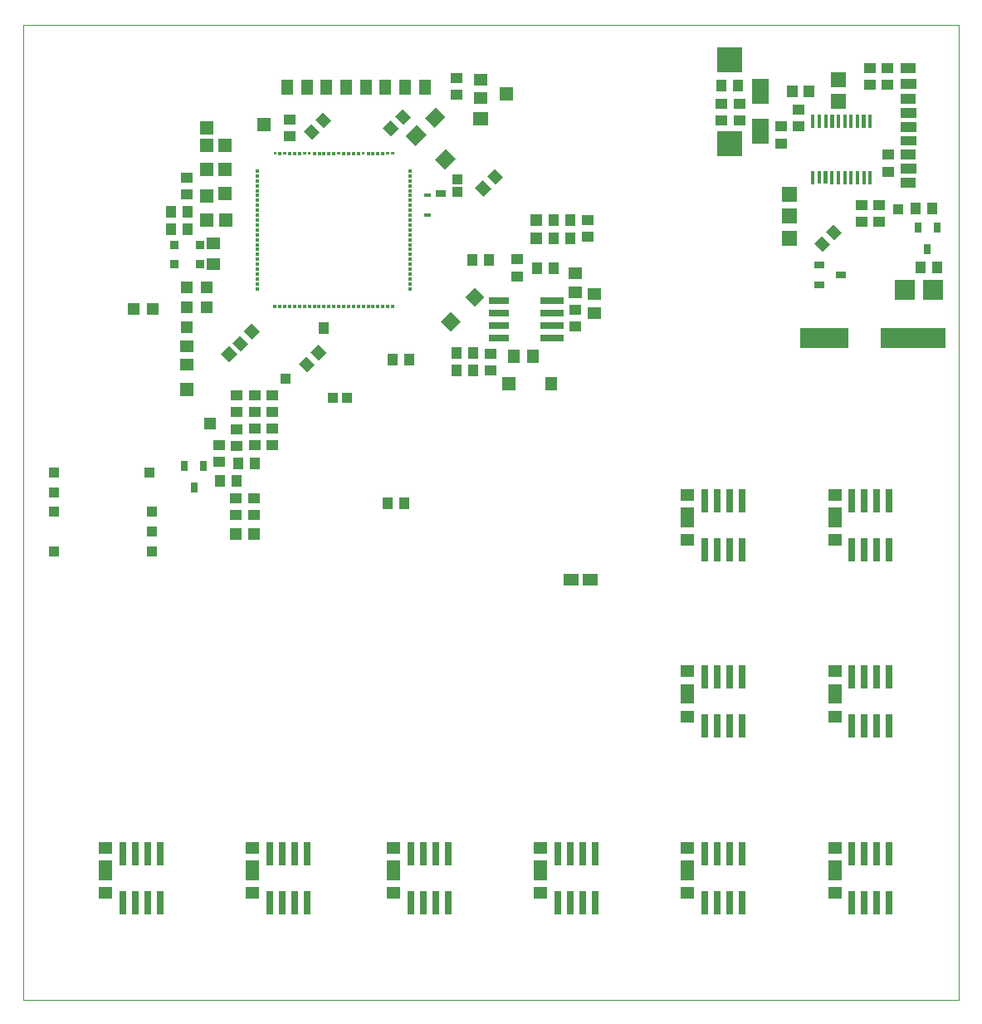
<source format=gbr>
%FSLAX34Y34*%
%MOMM*%
%LNSMDMASK_TOP*%
G71*
G01*
%ADD10C, 0.002*%
%ADD11R, 1.400X1.300*%
%ADD12R, 0.900X0.900*%
%ADD13R, 0.300X0.300*%
%ADD14R, 1.100X1.200*%
%ADD15R, 1.200X1.200*%
%ADD16R, 2.400X0.800*%
%ADD17R, 1.200X1.100*%
%ADD18R, 1.300X1.600*%
%ADD19R, 1.400X1.400*%
%ADD20R, 1.000X1.200*%
%ADD21R, 0.800X1.100*%
%ADD22R, 1.100X0.800*%
%ADD23R, 1.000X1.000*%
%ADD24R, 1.300X1.400*%
%ADD25R, 2.000X0.800*%
%ADD26R, 1.100X1.100*%
%ADD27R, 1.600X1.400*%
%ADD28R, 0.800X2.400*%
%ADD29R, 1.500X1.300*%
%ADD30R, 0.800X0.400*%
%ADD31R, 0.400X1.350*%
%ADD32R, 1.600X1.000*%
%ADD33R, 2.000X2.000*%
%ADD34R, 1.600X1.600*%
%ADD35R, 5.000X2.000*%
%ADD36R, 1.700X2.500*%
%ADD37R, 2.540X2.540*%
%LPD*%
G54D10*
X0Y1000000D02*
X954000Y1000000D01*
X954000Y6000D01*
X0Y6000D01*
X0Y1000000D01*
X194002Y755734D02*
G54D11*
D03*
X194002Y776734D02*
G54D11*
D03*
X153897Y775138D02*
G54D12*
D03*
X153897Y756088D02*
G54D12*
D03*
X180012Y756088D02*
G54D12*
D03*
X180059Y775196D02*
G54D12*
D03*
G36*
X375177Y870179D02*
X378177Y870179D01*
X378177Y867179D01*
X375177Y867179D01*
X375177Y870179D01*
G37*
G36*
X370177Y870179D02*
X373177Y870179D01*
X373177Y867179D01*
X370177Y867179D01*
X370177Y870179D01*
G37*
X366677Y868679D02*
G54D13*
D03*
X361677Y868679D02*
G54D13*
D03*
X356677Y868679D02*
G54D13*
D03*
X351677Y868679D02*
G54D13*
D03*
G36*
X345177Y870179D02*
X348177Y870179D01*
X348177Y867179D01*
X345177Y867179D01*
X345177Y870179D01*
G37*
X341677Y868679D02*
G54D13*
D03*
X336677Y868679D02*
G54D13*
D03*
X331677Y868679D02*
G54D13*
D03*
X326676Y868679D02*
G54D13*
D03*
G36*
X320177Y870179D02*
X323177Y870179D01*
X323177Y867179D01*
X320177Y867179D01*
X320177Y870179D01*
G37*
X316677Y868679D02*
G54D13*
D03*
X311677Y868679D02*
G54D13*
D03*
X306677Y868679D02*
G54D13*
D03*
X301677Y868679D02*
G54D13*
D03*
X296677Y868679D02*
G54D13*
D03*
G36*
X290177Y870179D02*
X293177Y870179D01*
X293177Y867179D01*
X290177Y867179D01*
X290177Y870179D01*
G37*
G36*
X285177Y870179D02*
X288177Y870179D01*
X288177Y867179D01*
X285177Y867179D01*
X285177Y870179D01*
G37*
X281677Y868679D02*
G54D13*
D03*
X276677Y868679D02*
G54D13*
D03*
X271677Y868679D02*
G54D13*
D03*
G36*
X265177Y870179D02*
X268177Y870179D01*
X268177Y867179D01*
X265177Y867179D01*
X265177Y870179D01*
G37*
X261677Y868679D02*
G54D13*
D03*
G36*
X255177Y870179D02*
X258177Y870179D01*
X258177Y867179D01*
X255177Y867179D01*
X255177Y870179D01*
G37*
X394640Y730715D02*
G54D13*
D03*
X394640Y735715D02*
G54D13*
D03*
X394640Y740715D02*
G54D13*
D03*
X394640Y745715D02*
G54D13*
D03*
X394640Y750715D02*
G54D13*
D03*
X394640Y755715D02*
G54D13*
D03*
X394640Y760715D02*
G54D13*
D03*
X394640Y765715D02*
G54D13*
D03*
X394640Y770715D02*
G54D13*
D03*
X394640Y775715D02*
G54D13*
D03*
X394640Y780715D02*
G54D13*
D03*
X394641Y785715D02*
G54D13*
D03*
X394641Y790715D02*
G54D13*
D03*
X394640Y795715D02*
G54D13*
D03*
X394640Y800715D02*
G54D13*
D03*
X394640Y805715D02*
G54D13*
D03*
X394641Y810715D02*
G54D13*
D03*
X394640Y815715D02*
G54D13*
D03*
X394640Y820715D02*
G54D13*
D03*
X394640Y825715D02*
G54D13*
D03*
X394640Y830715D02*
G54D13*
D03*
X394640Y835715D02*
G54D13*
D03*
X394640Y840715D02*
G54D13*
D03*
X394640Y845715D02*
G54D13*
D03*
X394640Y850715D02*
G54D13*
D03*
X256677Y712741D02*
G54D13*
D03*
X261676Y712741D02*
G54D13*
D03*
X266677Y712741D02*
G54D13*
D03*
X271677Y712741D02*
G54D13*
D03*
X276677Y712741D02*
G54D13*
D03*
X281677Y712741D02*
G54D13*
D03*
X286677Y712741D02*
G54D13*
D03*
X291677Y712741D02*
G54D13*
D03*
X296677Y712741D02*
G54D13*
D03*
X301676Y712741D02*
G54D13*
D03*
X306677Y712741D02*
G54D13*
D03*
X311677Y712741D02*
G54D13*
D03*
X316676Y712741D02*
G54D13*
D03*
X321677Y712741D02*
G54D13*
D03*
X326677Y712741D02*
G54D13*
D03*
X331677Y712741D02*
G54D13*
D03*
X336677Y712741D02*
G54D13*
D03*
X341677Y712741D02*
G54D13*
D03*
X346677Y712741D02*
G54D13*
D03*
X351676Y712741D02*
G54D13*
D03*
X356676Y712741D02*
G54D13*
D03*
X361677Y712741D02*
G54D13*
D03*
X366676Y712741D02*
G54D13*
D03*
X371676Y712741D02*
G54D13*
D03*
X376677Y712741D02*
G54D13*
D03*
X238703Y850705D02*
G54D13*
D03*
X238703Y845705D02*
G54D13*
D03*
X238703Y840705D02*
G54D13*
D03*
X238703Y835705D02*
G54D13*
D03*
X238703Y830705D02*
G54D13*
D03*
X238703Y825705D02*
G54D13*
D03*
X238703Y820705D02*
G54D13*
D03*
X238703Y815705D02*
G54D13*
D03*
X238703Y810705D02*
G54D13*
D03*
X238703Y805705D02*
G54D13*
D03*
X238703Y800705D02*
G54D13*
D03*
X238703Y795705D02*
G54D13*
D03*
X238703Y790705D02*
G54D13*
D03*
X238703Y785705D02*
G54D13*
D03*
X238703Y780705D02*
G54D13*
D03*
X238703Y775705D02*
G54D13*
D03*
X238703Y770705D02*
G54D13*
D03*
X238703Y765705D02*
G54D13*
D03*
X238703Y760705D02*
G54D13*
D03*
X238703Y755705D02*
G54D13*
D03*
X238703Y750705D02*
G54D13*
D03*
X238703Y745705D02*
G54D13*
D03*
X238703Y740705D02*
G54D13*
D03*
X238703Y735705D02*
G54D13*
D03*
X238703Y730705D02*
G54D13*
D03*
X458140Y760000D02*
G54D14*
D03*
X475140Y760000D02*
G54D14*
D03*
X557756Y782159D02*
G54D14*
D03*
X540756Y782159D02*
G54D14*
D03*
X557756Y800415D02*
G54D14*
D03*
X540756Y800415D02*
G54D14*
D03*
X523294Y800415D02*
G54D15*
D03*
X523294Y782159D02*
G54D15*
D03*
G36*
X489116Y844634D02*
X481338Y836856D01*
X472853Y845341D01*
X480631Y853119D01*
X489116Y844634D01*
G37*
G36*
X477096Y832614D02*
X469318Y824836D01*
X460832Y833321D01*
X468610Y841099D01*
X477096Y832614D01*
G37*
X376451Y658330D02*
G54D14*
D03*
X393450Y658334D02*
G54D14*
D03*
X538758Y680535D02*
G54D16*
D03*
X538759Y693234D02*
G54D16*
D03*
X538758Y705935D02*
G54D16*
D03*
X538758Y718634D02*
G54D16*
D03*
X271213Y903145D02*
G54D17*
D03*
X271216Y886146D02*
G54D17*
D03*
X269238Y936563D02*
G54D18*
D03*
X289238Y936563D02*
G54D18*
D03*
X309238Y936563D02*
G54D18*
D03*
X329238Y936563D02*
G54D18*
D03*
X349238Y936563D02*
G54D18*
D03*
X369238Y936563D02*
G54D18*
D03*
X389238Y936563D02*
G54D18*
D03*
X409238Y936593D02*
G54D18*
D03*
G36*
X395052Y905859D02*
X387274Y898081D01*
X378789Y906566D01*
X386567Y914344D01*
X395052Y905859D01*
G37*
G36*
X383041Y893848D02*
X375263Y886071D01*
X366778Y894556D01*
X374557Y902334D01*
X383041Y893848D01*
G37*
G36*
X314089Y902287D02*
X306311Y894509D01*
X297826Y902994D01*
X305604Y910772D01*
X314089Y902287D01*
G37*
G36*
X302076Y890268D02*
X294297Y882490D01*
X285813Y890976D01*
X293592Y898754D01*
X302076Y890268D01*
G37*
G36*
X429716Y852108D02*
X419816Y862008D01*
X431129Y873321D01*
X441029Y863422D01*
X429716Y852108D01*
G37*
G36*
X419194Y894697D02*
X409295Y904597D01*
X420608Y915910D01*
X430508Y906011D01*
X419194Y894697D01*
G37*
X245276Y898062D02*
G54D19*
D03*
X205986Y876631D02*
G54D19*
D03*
X186936Y894888D02*
G54D19*
D03*
X186936Y876631D02*
G54D19*
D03*
X205986Y852025D02*
G54D19*
D03*
X187332Y825434D02*
G54D19*
D03*
X205986Y827419D02*
G54D19*
D03*
X186936Y852025D02*
G54D19*
D03*
X206779Y800828D02*
G54D19*
D03*
G36*
X400144Y876441D02*
X390244Y886340D01*
X401558Y897654D01*
X411458Y887754D01*
X400144Y876441D01*
G37*
G36*
X281045Y654332D02*
X288824Y662109D01*
X297308Y653623D01*
X289529Y645846D01*
X281045Y654332D01*
G37*
G36*
X293069Y666351D02*
X300847Y674129D01*
X309332Y665644D01*
X301554Y657866D01*
X293069Y666351D01*
G37*
X306674Y690765D02*
G54D20*
D03*
X190743Y593562D02*
G54D15*
D03*
G36*
X209836Y655720D02*
X201350Y664205D01*
X209836Y672691D01*
X218321Y664205D01*
X209836Y655720D01*
G37*
X183889Y550305D02*
G54D21*
D03*
X173883Y528310D02*
G54D21*
D03*
X425527Y828096D02*
G54D22*
D03*
X442752Y841828D02*
G54D23*
D03*
X540539Y751433D02*
G54D14*
D03*
X523539Y751433D02*
G54D14*
D03*
X458818Y665428D02*
G54D14*
D03*
X441822Y665432D02*
G54D14*
D03*
X537941Y633943D02*
G54D24*
D03*
X495397Y634023D02*
G54D19*
D03*
X563222Y692044D02*
G54D17*
D03*
X563227Y709040D02*
G54D17*
D03*
X186539Y800828D02*
G54D19*
D03*
X562463Y746432D02*
G54D11*
D03*
X562463Y727432D02*
G54D11*
D03*
X519289Y661971D02*
G54D24*
D03*
X500289Y661971D02*
G54D24*
D03*
X582670Y724935D02*
G54D11*
D03*
X582670Y705935D02*
G54D11*
D03*
X485187Y718635D02*
G54D25*
D03*
X485186Y705934D02*
G54D25*
D03*
X485186Y693235D02*
G54D25*
D03*
X485186Y680535D02*
G54D25*
D03*
X458818Y647171D02*
G54D14*
D03*
X441822Y647175D02*
G54D14*
D03*
X575780Y800646D02*
G54D17*
D03*
X575782Y783647D02*
G54D17*
D03*
X492664Y929460D02*
G54D19*
D03*
X316040Y619652D02*
G54D26*
D03*
X388178Y511604D02*
G54D14*
D03*
X371178Y511604D02*
G54D14*
D03*
X441766Y945442D02*
G54D17*
D03*
X441766Y928442D02*
G54D17*
D03*
X267809Y639120D02*
G54D26*
D03*
X466450Y903693D02*
G54D27*
D03*
X166234Y627940D02*
G54D19*
D03*
G36*
X241065Y686948D02*
X233286Y679170D01*
X224801Y687656D01*
X232580Y695434D01*
X241065Y686948D01*
G37*
G36*
X229040Y674928D02*
X221262Y667150D01*
X212777Y675636D01*
X220555Y683414D01*
X229040Y674928D01*
G37*
X199764Y554274D02*
G54D17*
D03*
X199767Y571276D02*
G54D17*
D03*
X163883Y550310D02*
G54D21*
D03*
X235324Y480673D02*
G54D15*
D03*
X216935Y480739D02*
G54D15*
D03*
G36*
X435915Y707466D02*
X445815Y697566D01*
X435915Y687666D01*
X426016Y697566D01*
X435915Y707466D01*
G37*
G36*
X460522Y732072D02*
X470421Y722172D01*
X460522Y712273D01*
X450622Y722172D01*
X460522Y732072D01*
G37*
X150878Y791166D02*
G54D14*
D03*
X167878Y791166D02*
G54D14*
D03*
X677503Y160707D02*
G54D11*
D03*
X677500Y141702D02*
G54D11*
D03*
X677500Y133714D02*
G54D11*
D03*
X677493Y114717D02*
G54D11*
D03*
X733143Y154667D02*
G54D28*
D03*
X720442Y154668D02*
G54D28*
D03*
X707742Y154668D02*
G54D28*
D03*
X695042Y154668D02*
G54D28*
D03*
X695042Y104668D02*
G54D28*
D03*
X707743Y104667D02*
G54D28*
D03*
X720443Y104667D02*
G54D28*
D03*
X733143Y104667D02*
G54D28*
D03*
X377503Y160707D02*
G54D11*
D03*
X377500Y141702D02*
G54D11*
D03*
X377500Y133714D02*
G54D11*
D03*
X377493Y114717D02*
G54D11*
D03*
X433143Y154667D02*
G54D28*
D03*
X420442Y154668D02*
G54D28*
D03*
X407742Y154668D02*
G54D28*
D03*
X395043Y154668D02*
G54D28*
D03*
X395042Y104668D02*
G54D28*
D03*
X407743Y104667D02*
G54D28*
D03*
X420443Y104667D02*
G54D28*
D03*
X433142Y104667D02*
G54D28*
D03*
X827503Y160707D02*
G54D11*
D03*
X827500Y141702D02*
G54D11*
D03*
X827500Y133714D02*
G54D11*
D03*
X827493Y114717D02*
G54D11*
D03*
X883142Y154667D02*
G54D28*
D03*
X870442Y154668D02*
G54D28*
D03*
X857742Y154668D02*
G54D28*
D03*
X845043Y154668D02*
G54D28*
D03*
X845042Y104668D02*
G54D28*
D03*
X857743Y104667D02*
G54D28*
D03*
X870443Y104667D02*
G54D28*
D03*
X883142Y104667D02*
G54D28*
D03*
X527503Y160707D02*
G54D11*
D03*
X527500Y141702D02*
G54D11*
D03*
X527500Y133714D02*
G54D11*
D03*
X527493Y114717D02*
G54D11*
D03*
X583143Y154667D02*
G54D28*
D03*
X570442Y154668D02*
G54D28*
D03*
X557742Y154668D02*
G54D28*
D03*
X545043Y154668D02*
G54D28*
D03*
X545042Y104668D02*
G54D28*
D03*
X557743Y104667D02*
G54D28*
D03*
X570442Y104667D02*
G54D28*
D03*
X583142Y104667D02*
G54D28*
D03*
X827503Y340707D02*
G54D11*
D03*
X827500Y321702D02*
G54D11*
D03*
X827500Y313714D02*
G54D11*
D03*
X827493Y294717D02*
G54D11*
D03*
X883143Y334667D02*
G54D28*
D03*
X870442Y334668D02*
G54D28*
D03*
X857742Y334668D02*
G54D28*
D03*
X845043Y334668D02*
G54D28*
D03*
X845042Y284668D02*
G54D28*
D03*
X857742Y284667D02*
G54D28*
D03*
X870442Y284667D02*
G54D28*
D03*
X883142Y284667D02*
G54D28*
D03*
X677503Y340707D02*
G54D11*
D03*
X677500Y321702D02*
G54D11*
D03*
X677500Y313714D02*
G54D11*
D03*
X677493Y294717D02*
G54D11*
D03*
X733143Y334667D02*
G54D28*
D03*
X720442Y334668D02*
G54D28*
D03*
X707742Y334668D02*
G54D28*
D03*
X695043Y334668D02*
G54D28*
D03*
X695042Y284667D02*
G54D28*
D03*
X707743Y284667D02*
G54D28*
D03*
X720442Y284667D02*
G54D28*
D03*
X733142Y284667D02*
G54D28*
D03*
X733143Y514667D02*
G54D28*
D03*
X720442Y514668D02*
G54D28*
D03*
X707742Y514668D02*
G54D28*
D03*
X695042Y514668D02*
G54D28*
D03*
X695042Y464668D02*
G54D28*
D03*
X707742Y464668D02*
G54D28*
D03*
X720442Y464668D02*
G54D28*
D03*
X733142Y464668D02*
G54D28*
D03*
X677503Y520707D02*
G54D11*
D03*
X677500Y501702D02*
G54D11*
D03*
X677500Y493714D02*
G54D11*
D03*
X677493Y474717D02*
G54D11*
D03*
X233853Y160707D02*
G54D11*
D03*
X233850Y141702D02*
G54D11*
D03*
X233850Y133714D02*
G54D11*
D03*
X233843Y114717D02*
G54D11*
D03*
X289493Y154667D02*
G54D28*
D03*
X276793Y154668D02*
G54D28*
D03*
X264093Y154668D02*
G54D28*
D03*
X251393Y154668D02*
G54D28*
D03*
X251393Y104668D02*
G54D28*
D03*
X264093Y104667D02*
G54D28*
D03*
X276793Y104667D02*
G54D28*
D03*
X289492Y104667D02*
G54D28*
D03*
X83853Y160707D02*
G54D11*
D03*
X83850Y141702D02*
G54D11*
D03*
X83850Y133714D02*
G54D11*
D03*
X83843Y114717D02*
G54D11*
D03*
X139493Y154667D02*
G54D28*
D03*
X126793Y154668D02*
G54D28*
D03*
X114093Y154668D02*
G54D28*
D03*
X101393Y154668D02*
G54D28*
D03*
X101393Y104668D02*
G54D28*
D03*
X114093Y104667D02*
G54D28*
D03*
X126793Y104667D02*
G54D28*
D03*
X139492Y104667D02*
G54D28*
D03*
X476353Y647411D02*
G54D17*
D03*
X476357Y664407D02*
G54D17*
D03*
X504026Y743496D02*
G54D17*
D03*
X504026Y760496D02*
G54D17*
D03*
X466450Y944124D02*
G54D11*
D03*
X466450Y925124D02*
G54D11*
D03*
X558512Y434257D02*
G54D29*
D03*
X578354Y434414D02*
G54D29*
D03*
X442752Y829128D02*
G54D23*
D03*
X412034Y825715D02*
G54D30*
D03*
X412034Y805715D02*
G54D30*
D03*
X150878Y809423D02*
G54D14*
D03*
X167878Y809423D02*
G54D14*
D03*
X166521Y844196D02*
G54D17*
D03*
X166521Y827196D02*
G54D17*
D03*
X253522Y622054D02*
G54D17*
D03*
X253519Y605052D02*
G54D17*
D03*
X235662Y622054D02*
G54D17*
D03*
X235659Y605052D02*
G54D17*
D03*
X253522Y587923D02*
G54D17*
D03*
X253519Y570921D02*
G54D17*
D03*
X235662Y587923D02*
G54D17*
D03*
X235659Y570921D02*
G54D17*
D03*
X216942Y517181D02*
G54D17*
D03*
X216935Y500176D02*
G54D17*
D03*
X235327Y517111D02*
G54D17*
D03*
X235324Y500110D02*
G54D17*
D03*
X217218Y622033D02*
G54D17*
D03*
X217215Y605031D02*
G54D17*
D03*
X217215Y587732D02*
G54D17*
D03*
X217212Y570730D02*
G54D17*
D03*
X217670Y535130D02*
G54D14*
D03*
X200666Y535137D02*
G54D14*
D03*
X235827Y552986D02*
G54D14*
D03*
X218825Y552989D02*
G54D14*
D03*
X330328Y619652D02*
G54D26*
D03*
X166872Y732184D02*
G54D15*
D03*
X186872Y732184D02*
G54D15*
D03*
X166872Y711787D02*
G54D15*
D03*
X186872Y711787D02*
G54D15*
D03*
X166872Y691390D02*
G54D15*
D03*
X166234Y672340D02*
G54D11*
D03*
X166234Y653340D02*
G54D11*
D03*
X131512Y710390D02*
G54D15*
D03*
X112512Y710390D02*
G54D15*
D03*
X827503Y520707D02*
G54D11*
D03*
X827500Y501702D02*
G54D11*
D03*
X827500Y493714D02*
G54D11*
D03*
X827493Y474717D02*
G54D11*
D03*
X883143Y514667D02*
G54D28*
D03*
X870443Y514668D02*
G54D28*
D03*
X857743Y514668D02*
G54D28*
D03*
X845043Y514668D02*
G54D28*
D03*
X845043Y464668D02*
G54D28*
D03*
X857743Y464667D02*
G54D28*
D03*
X870443Y464667D02*
G54D28*
D03*
X883142Y464667D02*
G54D28*
D03*
X130940Y463125D02*
G54D23*
D03*
X130940Y483125D02*
G54D23*
D03*
X130940Y503125D02*
G54D23*
D03*
X128290Y543125D02*
G54D23*
D03*
X30803Y503124D02*
G54D23*
D03*
X30803Y523124D02*
G54D23*
D03*
X30803Y543124D02*
G54D23*
D03*
X30803Y463124D02*
G54D23*
D03*
X805185Y844298D02*
G54D31*
D03*
G36*
X809685Y851047D02*
X813685Y851048D01*
X813686Y837548D01*
X809686Y837547D01*
X809685Y851047D01*
G37*
G36*
X816185Y851048D02*
X820185Y851048D01*
X820185Y837548D01*
X816185Y837548D01*
X816185Y851048D01*
G37*
X824685Y844298D02*
G54D31*
D03*
X831185Y844298D02*
G54D31*
D03*
X837685Y844298D02*
G54D31*
D03*
X844185Y844298D02*
G54D31*
D03*
X850685Y844298D02*
G54D31*
D03*
X857185Y844298D02*
G54D31*
D03*
X863685Y844298D02*
G54D31*
D03*
X805185Y901798D02*
G54D31*
D03*
X811685Y901798D02*
G54D31*
D03*
X818185Y901798D02*
G54D31*
D03*
G36*
X822685Y908548D02*
X826685Y908548D01*
X826685Y895048D01*
X822685Y895048D01*
X822685Y908548D01*
G37*
X831185Y901798D02*
G54D31*
D03*
X837685Y901798D02*
G54D31*
D03*
X844185Y901798D02*
G54D31*
D03*
X850685Y901798D02*
G54D31*
D03*
G36*
X855185Y908547D02*
X859185Y908548D01*
X859186Y895048D01*
X855186Y895047D01*
X855185Y908547D01*
G37*
X863685Y901798D02*
G54D31*
D03*
G36*
X894767Y944467D02*
X910767Y944467D01*
X910767Y934467D01*
X894767Y934467D01*
X894767Y944467D01*
G37*
X902765Y924387D02*
G54D32*
D03*
G36*
X894765Y915100D02*
X910765Y915100D01*
X910765Y905100D01*
X894765Y905100D01*
X894765Y915100D01*
G37*
G36*
X894765Y900812D02*
X910765Y900813D01*
X910766Y890813D01*
X894766Y890812D01*
X894765Y900812D01*
G37*
G36*
X894765Y886525D02*
X910765Y886525D01*
X910765Y876525D01*
X894765Y876525D01*
X894765Y886525D01*
G37*
X902767Y867234D02*
G54D32*
D03*
G36*
X894765Y857950D02*
X910765Y857950D01*
X910765Y847950D01*
X894765Y847950D01*
X894765Y857950D01*
G37*
X902765Y838662D02*
G54D32*
D03*
X882387Y867235D02*
G54D17*
D03*
X882387Y850235D02*
G54D17*
D03*
X932134Y793175D02*
G54D21*
D03*
X922128Y771180D02*
G54D21*
D03*
X912129Y793180D02*
G54D21*
D03*
X915134Y752856D02*
G54D14*
D03*
X932134Y752856D02*
G54D14*
D03*
X909891Y812455D02*
G54D14*
D03*
X926891Y812455D02*
G54D14*
D03*
X898765Y729931D02*
G54D33*
D03*
X928134Y729931D02*
G54D33*
D03*
X855141Y815975D02*
G54D17*
D03*
X855141Y798974D02*
G54D17*
D03*
X872641Y815975D02*
G54D17*
D03*
X872641Y798975D02*
G54D17*
D03*
X902767Y955342D02*
G54D32*
D03*
X881146Y938675D02*
G54D17*
D03*
X881146Y955675D02*
G54D17*
D03*
X863078Y938675D02*
G54D17*
D03*
X863078Y955675D02*
G54D17*
D03*
X831011Y922007D02*
G54D34*
D03*
G36*
X874831Y690458D02*
X940831Y690459D01*
X940831Y670459D01*
X874831Y670458D01*
X874831Y690458D01*
G37*
X816486Y680459D02*
G54D35*
D03*
X811968Y754988D02*
G54D22*
D03*
X833963Y744982D02*
G54D22*
D03*
X811963Y734982D02*
G54D22*
D03*
G36*
X834610Y787943D02*
X826831Y780165D01*
X818346Y788650D01*
X826124Y796428D01*
X834610Y787943D01*
G37*
G36*
X822589Y775923D02*
X814811Y768144D01*
X806325Y776629D01*
X814103Y784408D01*
X822589Y775923D01*
G37*
X781322Y782307D02*
G54D34*
D03*
X781322Y804532D02*
G54D34*
D03*
X781322Y826757D02*
G54D34*
D03*
X831011Y943438D02*
G54D34*
D03*
X891866Y811931D02*
G54D26*
D03*
X790754Y895974D02*
G54D17*
D03*
X790754Y912974D02*
G54D17*
D03*
X751444Y891646D02*
G54D36*
D03*
X751444Y931646D02*
G54D36*
D03*
G36*
X778904Y937646D02*
X789904Y937646D01*
X789904Y925646D01*
X778904Y925646D01*
X778904Y937646D01*
G37*
G36*
X795904Y937646D02*
X806904Y937646D01*
X806904Y925646D01*
X795904Y925646D01*
X795904Y937646D01*
G37*
X772511Y878974D02*
G54D17*
D03*
X772511Y895974D02*
G54D17*
D03*
X730270Y902324D02*
G54D17*
D03*
X730270Y919324D02*
G54D17*
D03*
X712172Y902324D02*
G54D17*
D03*
X712172Y919324D02*
G54D17*
D03*
X712172Y938182D02*
G54D14*
D03*
X729172Y938182D02*
G54D14*
D03*
X720603Y878350D02*
G54D37*
D03*
X720603Y964075D02*
G54D37*
D03*
X801404Y931646D02*
G54D14*
D03*
X801404Y931646D02*
G54D14*
D03*
M02*

</source>
